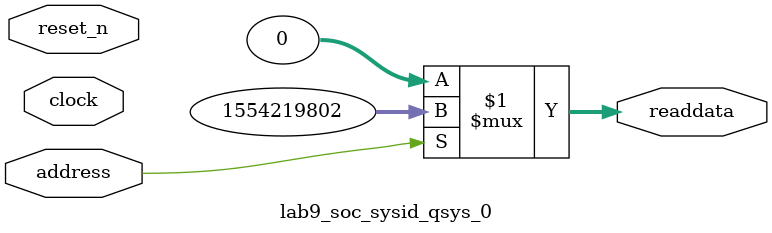
<source format=v>



// synthesis translate_off
`timescale 1ns / 1ps
// synthesis translate_on

// turn off superfluous verilog processor warnings 
// altera message_level Level1 
// altera message_off 10034 10035 10036 10037 10230 10240 10030 

module lab9_soc_sysid_qsys_0 (
               // inputs:
                address,
                clock,
                reset_n,

               // outputs:
                readdata
             )
;

  output  [ 31: 0] readdata;
  input            address;
  input            clock;
  input            reset_n;

  wire    [ 31: 0] readdata;
  //control_slave, which is an e_avalon_slave
  assign readdata = address ? 1554219802 : 0;

endmodule



</source>
